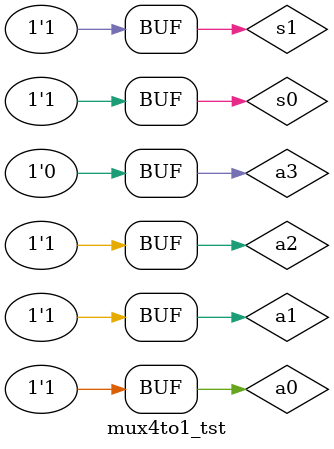
<source format=v>
`timescale 1ns / 1ps


module mux4to1_tst();
    reg a0,a1,a2,a3,s0,s1;
    wire y;
    mux4to1_1 inst(
        .a0(a0), .a1(a1), .a2(a2), .a3(a3), .s0(s0), .s1(s1), .y(y)
    );
    initial
        begin
            s0=0;s1=0;
            a0=1;a1=0;a2=0;a3=0;#20;
            a0=0;a1=1;a2=1;a3=1;#20;
            s0=0;s1=1; 
            a0=0;a1=1;a2=0;a3=0;#20;
            a0=1;a1=0;a2=1;a3=1;#20;
            s0=1;s1=0; 
            a0=0;a1=0;a2=1;a3=0;#20;
            a0=1;a1=1;a2=0;a3=1;#20;
            s0=1;s1=1; 
            a0=0;a1=0;a2=0;a3=1;#20;
            a0=1;a1=1;a2=1;a3=0;#20;
        end 
endmodule


</source>
